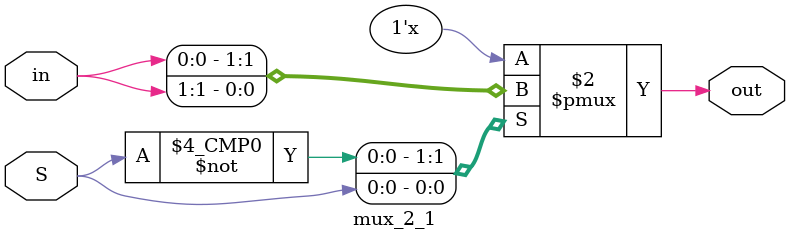
<source format=v>
`timescale 1ns / 1ps

module mux_2_1(
    input [1:0] in,
    input S,
    output reg out
    );
    always @(*) begin
        case (S)
            1'b0:out<=in[0];
            1'b1:out<=in[1];
        endcase
   end
    
endmodule

</source>
